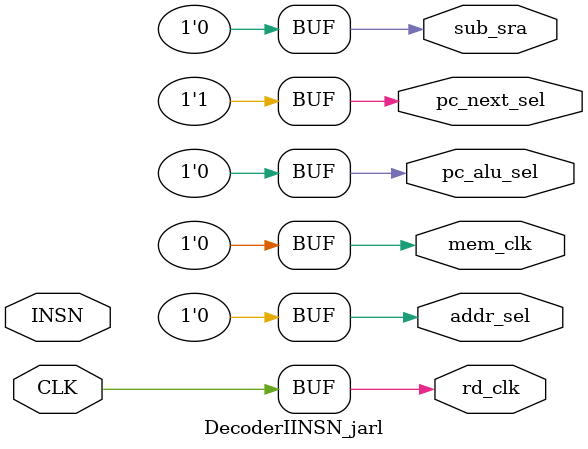
<source format=v>
/* 
Módulo para decodificação de instruções do tipo I JARL de acordo com
o ISA do risc-v. O módulo recebe a instrução e o sinal de clock
do processador, e retorna todas as saídas relevantes e não relevantes
para serem enviadas ao circuito
*/
module DecoderIINSN_jarl (
  input wire [31:0] INSN , // instrução de 32 bits
  input wire CLK, // sinal de Clock  
  output wire addr_sel, pc_next_sel, pc_alu_sel,sub_sra,
  // controle de adição/subtração controle de escolha de endereço, program counter,
  //e entrada da ALU do program counter
  output wire rd_clk, mem_clk // Saídas de clock dos registradores e da memória
);

  assign addr_sel = 0; // o endereço de memória deve continuar recebendo o pc

  assign sub_sra = 0;
  // a subtração deve existir nos casos que precisamos de funções
  // de comparação, como slti e sltiu, e no shift direito quando 
  // o segundo bit mais significativo for 1
  
  assign pc_next_sel = 1; // O PC continua deve receber o valor provindo da alu
  assign pc_alu_sel = 0; // A ALU do PC contínua recebendo 4

  assign rd_clk = CLK; // O rd_clk é igual ao CLK do processador, que ao subir grava o valor.
  assign mem_clk = 0; // É setado para 0, para evitar problemas com gravação de memória.

endmodule
</source>
